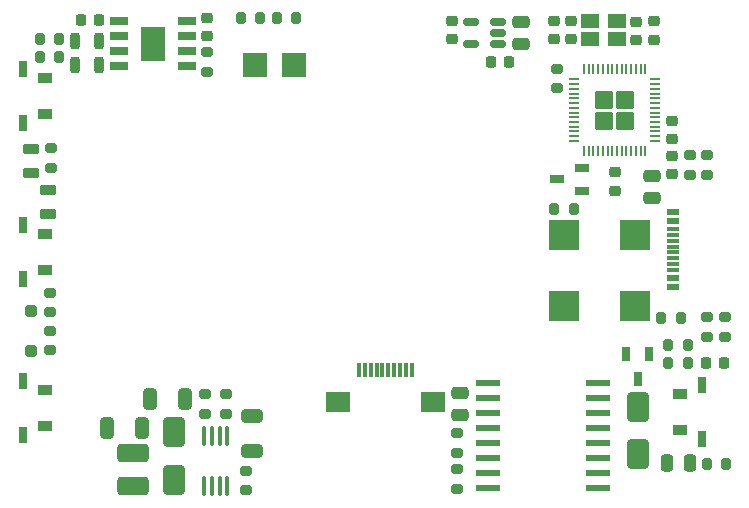
<source format=gbr>
%TF.GenerationSoftware,KiCad,Pcbnew,7.0.9*%
%TF.CreationDate,2024-04-18T22:58:55+03:00*%
%TF.ProjectId,DRM_Watch_V3,44524d5f-5761-4746-9368-5f56332e6b69,rev?*%
%TF.SameCoordinates,Original*%
%TF.FileFunction,Paste,Top*%
%TF.FilePolarity,Positive*%
%FSLAX46Y46*%
G04 Gerber Fmt 4.6, Leading zero omitted, Abs format (unit mm)*
G04 Created by KiCad (PCBNEW 7.0.9) date 2024-04-18 22:58:55*
%MOMM*%
%LPD*%
G01*
G04 APERTURE LIST*
G04 Aperture macros list*
%AMRoundRect*
0 Rectangle with rounded corners*
0 $1 Rounding radius*
0 $2 $3 $4 $5 $6 $7 $8 $9 X,Y pos of 4 corners*
0 Add a 4 corners polygon primitive as box body*
4,1,4,$2,$3,$4,$5,$6,$7,$8,$9,$2,$3,0*
0 Add four circle primitives for the rounded corners*
1,1,$1+$1,$2,$3*
1,1,$1+$1,$4,$5*
1,1,$1+$1,$6,$7*
1,1,$1+$1,$8,$9*
0 Add four rect primitives between the rounded corners*
20,1,$1+$1,$2,$3,$4,$5,0*
20,1,$1+$1,$4,$5,$6,$7,0*
20,1,$1+$1,$6,$7,$8,$9,0*
20,1,$1+$1,$8,$9,$2,$3,0*%
G04 Aperture macros list end*
%ADD10RoundRect,0.200000X0.275000X-0.200000X0.275000X0.200000X-0.275000X0.200000X-0.275000X-0.200000X0*%
%ADD11RoundRect,0.250000X0.250000X-0.250000X0.250000X0.250000X-0.250000X0.250000X-0.250000X-0.250000X0*%
%ADD12RoundRect,0.250000X-0.650000X0.325000X-0.650000X-0.325000X0.650000X-0.325000X0.650000X0.325000X0*%
%ADD13R,2.500000X2.500000*%
%ADD14RoundRect,0.200000X-0.275000X0.200000X-0.275000X-0.200000X0.275000X-0.200000X0.275000X0.200000X0*%
%ADD15RoundRect,0.200000X-0.200000X-0.275000X0.200000X-0.275000X0.200000X0.275000X-0.200000X0.275000X0*%
%ADD16RoundRect,0.225000X0.250000X-0.225000X0.250000X0.225000X-0.250000X0.225000X-0.250000X-0.225000X0*%
%ADD17RoundRect,0.225000X-0.250000X0.225000X-0.250000X-0.225000X0.250000X-0.225000X0.250000X0.225000X0*%
%ADD18RoundRect,0.200000X0.200000X0.500000X-0.200000X0.500000X-0.200000X-0.500000X0.200000X-0.500000X0*%
%ADD19R,1.270000X0.900000*%
%ADD20R,0.800000X1.450000*%
%ADD21RoundRect,0.250000X0.475000X-0.250000X0.475000X0.250000X-0.475000X0.250000X-0.475000X-0.250000X0*%
%ADD22RoundRect,0.042000X0.573000X0.258000X-0.573000X0.258000X-0.573000X-0.258000X0.573000X-0.258000X0*%
%ADD23R,2.000000X2.000000*%
%ADD24R,1.500000X0.660400*%
%ADD25R,2.000000X3.000000*%
%ADD26RoundRect,0.250000X-0.650000X1.000000X-0.650000X-1.000000X0.650000X-1.000000X0.650000X1.000000X0*%
%ADD27R,0.300000X1.300000*%
%ADD28R,2.000000X1.800000*%
%ADD29RoundRect,0.225000X0.225000X0.250000X-0.225000X0.250000X-0.225000X-0.250000X0.225000X-0.250000X0*%
%ADD30RoundRect,0.250000X-0.250000X-0.475000X0.250000X-0.475000X0.250000X0.475000X-0.250000X0.475000X0*%
%ADD31RoundRect,0.225000X-0.225000X-0.250000X0.225000X-0.250000X0.225000X0.250000X-0.225000X0.250000X0*%
%ADD32RoundRect,0.041300X0.983700X0.253700X-0.983700X0.253700X-0.983700X-0.253700X0.983700X-0.253700X0*%
%ADD33RoundRect,0.200000X-0.500000X0.200000X-0.500000X-0.200000X0.500000X-0.200000X0.500000X0.200000X0*%
%ADD34RoundRect,0.100000X-0.100000X0.712500X-0.100000X-0.712500X0.100000X-0.712500X0.100000X0.712500X0*%
%ADD35RoundRect,0.200000X0.200000X0.275000X-0.200000X0.275000X-0.200000X-0.275000X0.200000X-0.275000X0*%
%ADD36RoundRect,0.250000X0.325000X0.650000X-0.325000X0.650000X-0.325000X-0.650000X0.325000X-0.650000X0*%
%ADD37RoundRect,0.150000X0.512500X0.150000X-0.512500X0.150000X-0.512500X-0.150000X0.512500X-0.150000X0*%
%ADD38RoundRect,0.320000X1.005000X-0.480000X1.005000X0.480000X-1.005000X0.480000X-1.005000X-0.480000X0*%
%ADD39RoundRect,0.042000X-0.258000X0.573000X-0.258000X-0.573000X0.258000X-0.573000X0.258000X0.573000X0*%
%ADD40R,1.140000X0.600000*%
%ADD41R,1.140000X0.300000*%
%ADD42R,1.500000X1.200000*%
%ADD43RoundRect,0.200000X0.500000X-0.200000X0.500000X0.200000X-0.500000X0.200000X-0.500000X-0.200000X0*%
%ADD44RoundRect,0.249999X-0.524597X-0.524597X0.524597X-0.524597X0.524597X0.524597X-0.524597X0.524597X0*%
%ADD45RoundRect,0.050000X-0.350000X-0.050000X0.350000X-0.050000X0.350000X0.050000X-0.350000X0.050000X0*%
%ADD46RoundRect,0.050000X-0.050000X-0.350000X0.050000X-0.350000X0.050000X0.350000X-0.050000X0.350000X0*%
G04 APERTURE END LIST*
D10*
%TO.C,R3*%
X124808302Y-72414727D03*
X124808302Y-70764727D03*
%TD*%
D11*
%TO.C,D2*%
X67564000Y-70260000D03*
X67564000Y-73660000D03*
%TD*%
D12*
%TO.C,C18*%
X86233000Y-79170000D03*
X86233000Y-82120000D03*
%TD*%
D13*
%TO.C,LS1*%
X118701681Y-63798319D03*
X118701681Y-69798319D03*
X112701681Y-69798319D03*
X112701681Y-63798319D03*
%TD*%
D14*
%TO.C,R14*%
X123333861Y-57059106D03*
X123333861Y-58709106D03*
%TD*%
D10*
%TO.C,R6*%
X69162006Y-73553422D03*
X69162006Y-71903422D03*
%TD*%
D15*
%TO.C,R23*%
X124739793Y-83173225D03*
X126389793Y-83173225D03*
%TD*%
D16*
%TO.C,C5*%
X120267524Y-47275000D03*
X120267524Y-45725000D03*
%TD*%
D14*
%TO.C,R19*%
X103632000Y-80582000D03*
X103632000Y-82232000D03*
%TD*%
D17*
%TO.C,C15*%
X111787761Y-45686050D03*
X111787761Y-47236050D03*
%TD*%
D14*
%TO.C,R9*%
X82423000Y-48324000D03*
X82423000Y-49974000D03*
%TD*%
D18*
%TO.C,D3*%
X73267123Y-47343045D03*
X71235123Y-47343045D03*
%TD*%
D19*
%TO.C,S2*%
X68703000Y-63754000D03*
X68703000Y-66802000D03*
D20*
X66818000Y-62992000D03*
X66818000Y-67564000D03*
%TD*%
D21*
%TO.C,C9*%
X108991132Y-47638833D03*
X108991132Y-45738833D03*
%TD*%
D22*
%TO.C,Q1*%
X114190631Y-60049091D03*
X114190631Y-58149091D03*
X112070631Y-59099091D03*
%TD*%
D23*
%TO.C,BT1*%
X89789000Y-49403000D03*
X86487000Y-49403000D03*
%TD*%
D10*
%TO.C,R21*%
X85725000Y-85407000D03*
X85725000Y-83757000D03*
%TD*%
D16*
%TO.C,C6*%
X103149132Y-47238833D03*
X103149132Y-45688833D03*
%TD*%
D14*
%TO.C,R17*%
X84074000Y-77280000D03*
X84074000Y-78930000D03*
%TD*%
D17*
%TO.C,C4*%
X117000000Y-58500000D03*
X117000000Y-60050000D03*
%TD*%
D24*
%TO.C,U3*%
X80756446Y-49519595D03*
X80756446Y-48249595D03*
X80756446Y-46979595D03*
X80756446Y-45709595D03*
X74959234Y-45717485D03*
X74959234Y-46987485D03*
X74959234Y-48257485D03*
X74959234Y-49527485D03*
D25*
X77851000Y-47625000D03*
%TD*%
D26*
%TO.C,D6*%
X79629000Y-80518000D03*
X79629000Y-84518000D03*
%TD*%
D19*
%TO.C,S1*%
X68703000Y-50546000D03*
X68703000Y-53594000D03*
D20*
X66818000Y-49784000D03*
X66818000Y-54356000D03*
%TD*%
D16*
%TO.C,C12*%
X82415870Y-46949882D03*
X82415870Y-45399882D03*
%TD*%
D27*
%TO.C,J2*%
X95286000Y-75230000D03*
X95786000Y-75230000D03*
X96286000Y-75230000D03*
X96786000Y-75230000D03*
X97286000Y-75230000D03*
X97786000Y-75230000D03*
X98286000Y-75230000D03*
X98786000Y-75230000D03*
X99286000Y-75230000D03*
X99786000Y-75230000D03*
D28*
X93486000Y-77980000D03*
X101586000Y-77980000D03*
%TD*%
D16*
%TO.C,C7*%
X121821319Y-55660182D03*
X121821319Y-54110182D03*
%TD*%
D26*
%TO.C,D7*%
X118892631Y-78365111D03*
X118892631Y-82365111D03*
%TD*%
D29*
%TO.C,C14*%
X126220937Y-74622765D03*
X124670937Y-74622765D03*
%TD*%
D17*
%TO.C,C3*%
X118790503Y-45739216D03*
X118790503Y-47289216D03*
%TD*%
D30*
%TO.C,C19*%
X121405567Y-83127639D03*
X123305567Y-83127639D03*
%TD*%
D15*
%TO.C,R7*%
X68263000Y-47244000D03*
X69913000Y-47244000D03*
%TD*%
D19*
%TO.C,S4*%
X68703000Y-76962000D03*
X68703000Y-80010000D03*
D20*
X66818000Y-76200000D03*
X66818000Y-80772000D03*
%TD*%
D31*
%TO.C,C13*%
X106488411Y-49190065D03*
X108038411Y-49190065D03*
%TD*%
D32*
%TO.C,U4*%
X115526000Y-85217000D03*
X115526000Y-83947000D03*
X115526000Y-82677000D03*
X115526000Y-81407000D03*
X115526000Y-80137000D03*
X115526000Y-78867000D03*
X115526000Y-77597000D03*
X115526000Y-76327000D03*
X106216000Y-76327000D03*
X106216000Y-77597000D03*
X106216000Y-78867000D03*
X106216000Y-80137000D03*
X106216000Y-81407000D03*
X106216000Y-82677000D03*
X106216000Y-83947000D03*
X106216000Y-85217000D03*
%TD*%
D14*
%TO.C,R10*%
X69150351Y-68709964D03*
X69150351Y-70359964D03*
%TD*%
D21*
%TO.C,C10*%
X103886000Y-79055000D03*
X103886000Y-77155000D03*
%TD*%
D33*
%TO.C,D1*%
X67500000Y-56484000D03*
X67500000Y-58516000D03*
%TD*%
D29*
%TO.C,C11*%
X73292000Y-45593000D03*
X71742000Y-45593000D03*
%TD*%
D34*
%TO.C,U5*%
X84160000Y-80818500D03*
X83510000Y-80818500D03*
X82860000Y-80818500D03*
X82210000Y-80818500D03*
X82210000Y-85043500D03*
X82860000Y-85043500D03*
X83510000Y-85043500D03*
X84160000Y-85043500D03*
%TD*%
D17*
%TO.C,C2*%
X113258303Y-45680154D03*
X113258303Y-47230154D03*
%TD*%
D10*
%TO.C,R5*%
X69213058Y-58109281D03*
X69213058Y-56459281D03*
%TD*%
D15*
%TO.C,R22*%
X121482052Y-73126193D03*
X123132052Y-73126193D03*
%TD*%
%TO.C,R8*%
X68263000Y-48768000D03*
X69913000Y-48768000D03*
%TD*%
D35*
%TO.C,R4*%
X113501600Y-61560666D03*
X111851600Y-61560666D03*
%TD*%
D14*
%TO.C,R18*%
X82296000Y-77280000D03*
X82296000Y-78930000D03*
%TD*%
D36*
%TO.C,C16*%
X80596000Y-77724000D03*
X77646000Y-77724000D03*
%TD*%
D37*
%TO.C,U2*%
X107080632Y-47638833D03*
X107080632Y-46688833D03*
X107080632Y-45738833D03*
X104805632Y-45738833D03*
X104805632Y-47638833D03*
%TD*%
D14*
%TO.C,R2*%
X126276156Y-70767624D03*
X126276156Y-72417624D03*
%TD*%
D19*
%TO.C,S3*%
X122452000Y-80352000D03*
X122452000Y-77304000D03*
D20*
X124337000Y-81114000D03*
X124337000Y-76542000D03*
%TD*%
D15*
%TO.C,R11*%
X85281000Y-45466000D03*
X86931000Y-45466000D03*
%TD*%
D38*
%TO.C,L1*%
X76200000Y-85093000D03*
X76200000Y-82293000D03*
%TD*%
D39*
%TO.C,Q2*%
X119849155Y-73870185D03*
X117949155Y-73870185D03*
X118899155Y-75990185D03*
%TD*%
D36*
%TO.C,C17*%
X76913000Y-80137000D03*
X73963000Y-80137000D03*
%TD*%
D14*
%TO.C,R15*%
X112031855Y-49735182D03*
X112031855Y-51385182D03*
%TD*%
D40*
%TO.C,J1*%
X121920000Y-68231000D03*
X121920000Y-67431000D03*
D41*
X121920000Y-66281000D03*
X121920000Y-65281000D03*
X121920000Y-64781000D03*
X121920000Y-63781000D03*
D40*
X121920000Y-61831000D03*
X121920000Y-62631000D03*
D41*
X121920000Y-63281000D03*
X121920000Y-64281000D03*
X121920000Y-65781000D03*
X121920000Y-66781000D03*
%TD*%
D15*
%TO.C,R16*%
X121485176Y-74599188D03*
X123135176Y-74599188D03*
%TD*%
D10*
%TO.C,R13*%
X124805082Y-58708034D03*
X124805082Y-57058034D03*
%TD*%
D42*
%TO.C,Y1*%
X114877503Y-47188716D03*
X117163503Y-47188716D03*
X117163503Y-45664716D03*
X114877503Y-45664716D03*
%TD*%
D15*
%TO.C,R12*%
X88329000Y-45466000D03*
X89979000Y-45466000D03*
%TD*%
D10*
%TO.C,R20*%
X103632000Y-85280000D03*
X103632000Y-83630000D03*
%TD*%
D43*
%TO.C,D5*%
X69000000Y-62016000D03*
X69000000Y-59984000D03*
%TD*%
D17*
%TO.C,C8*%
X121821319Y-57110182D03*
X121821319Y-58660182D03*
%TD*%
D18*
%TO.C,D4*%
X73279000Y-49403000D03*
X71247000Y-49403000D03*
%TD*%
D15*
%TO.C,R1*%
X120874648Y-70794524D03*
X122524648Y-70794524D03*
%TD*%
D44*
%TO.C,U1*%
X116071319Y-52362182D03*
X116071319Y-54112182D03*
X117821319Y-52362182D03*
X117821319Y-54112182D03*
D45*
X113496319Y-50637182D03*
X113496319Y-51037182D03*
X113496319Y-51437182D03*
X113496319Y-51837182D03*
X113496319Y-52237182D03*
X113496319Y-52637182D03*
X113496319Y-53037182D03*
X113496319Y-53437182D03*
X113496319Y-53837182D03*
X113496319Y-54237182D03*
X113496319Y-54637182D03*
X113496319Y-55037182D03*
X113496319Y-55437182D03*
X113496319Y-55837182D03*
D46*
X114346319Y-56687182D03*
X114746319Y-56687182D03*
X115146319Y-56687182D03*
X115546319Y-56687182D03*
X115946319Y-56687182D03*
X116346319Y-56687182D03*
X116746319Y-56687182D03*
X117146319Y-56687182D03*
X117546319Y-56687182D03*
X117946319Y-56687182D03*
X118346319Y-56687182D03*
X118746319Y-56687182D03*
X119146319Y-56687182D03*
X119546319Y-56687182D03*
D45*
X120396319Y-55837182D03*
X120396319Y-55437182D03*
X120396319Y-55037182D03*
X120396319Y-54637182D03*
X120396319Y-54237182D03*
X120396319Y-53837182D03*
X120396319Y-53437182D03*
X120396319Y-53037182D03*
X120396319Y-52637182D03*
X120396319Y-52237182D03*
X120396319Y-51837182D03*
X120396319Y-51437182D03*
X120396319Y-51037182D03*
X120396319Y-50637182D03*
D46*
X119546319Y-49787182D03*
X119146319Y-49787182D03*
X118746319Y-49787182D03*
X118346319Y-49787182D03*
X117946319Y-49787182D03*
X117546319Y-49787182D03*
X117146319Y-49787182D03*
X116746319Y-49787182D03*
X116346319Y-49787182D03*
X115946319Y-49787182D03*
X115546319Y-49787182D03*
X115146319Y-49787182D03*
X114746319Y-49787182D03*
X114346319Y-49787182D03*
%TD*%
D21*
%TO.C,C1*%
X120078637Y-60668763D03*
X120078637Y-58768763D03*
%TD*%
M02*

</source>
